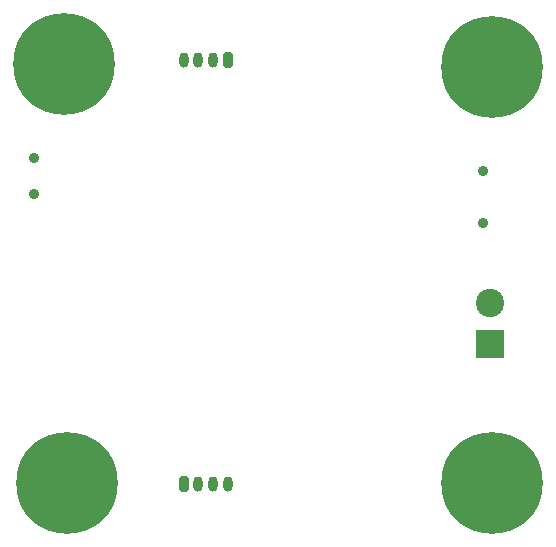
<source format=gbr>
%TF.GenerationSoftware,KiCad,Pcbnew,(6.0.5-0)*%
%TF.CreationDate,2022-07-05T17:16:21+02:00*%
%TF.ProjectId,HWCorso,4857436f-7273-46f2-9e6b-696361645f70,rev?*%
%TF.SameCoordinates,Original*%
%TF.FileFunction,Soldermask,Bot*%
%TF.FilePolarity,Negative*%
%FSLAX46Y46*%
G04 Gerber Fmt 4.6, Leading zero omitted, Abs format (unit mm)*
G04 Created by KiCad (PCBNEW (6.0.5-0)) date 2022-07-05 17:16:21*
%MOMM*%
%LPD*%
G01*
G04 APERTURE LIST*
G04 Aperture macros list*
%AMRoundRect*
0 Rectangle with rounded corners*
0 $1 Rounding radius*
0 $2 $3 $4 $5 $6 $7 $8 $9 X,Y pos of 4 corners*
0 Add a 4 corners polygon primitive as box body*
4,1,4,$2,$3,$4,$5,$6,$7,$8,$9,$2,$3,0*
0 Add four circle primitives for the rounded corners*
1,1,$1+$1,$2,$3*
1,1,$1+$1,$4,$5*
1,1,$1+$1,$6,$7*
1,1,$1+$1,$8,$9*
0 Add four rect primitives between the rounded corners*
20,1,$1+$1,$2,$3,$4,$5,0*
20,1,$1+$1,$4,$5,$6,$7,0*
20,1,$1+$1,$6,$7,$8,$9,0*
20,1,$1+$1,$8,$9,$2,$3,0*%
G04 Aperture macros list end*
%ADD10C,8.600000*%
%ADD11C,0.900000*%
%ADD12RoundRect,0.200000X-0.200000X-0.450000X0.200000X-0.450000X0.200000X0.450000X-0.200000X0.450000X0*%
%ADD13O,0.800000X1.300000*%
%ADD14R,2.400000X2.400000*%
%ADD15C,2.400000*%
%ADD16RoundRect,0.200000X0.200000X0.450000X-0.200000X0.450000X-0.200000X-0.450000X0.200000X-0.450000X0*%
G04 APERTURE END LIST*
D10*
%TO.C,H3*%
X95500000Y-115000000D03*
D11*
X95500000Y-118225000D03*
X93219581Y-117280419D03*
X95500000Y-111775000D03*
X92275000Y-115000000D03*
X93219581Y-112719581D03*
X97780419Y-117280419D03*
X98725000Y-115000000D03*
X97780419Y-112719581D03*
%TD*%
%TO.C,H2*%
X57219581Y-112719581D03*
D10*
X59500000Y-115000000D03*
D11*
X56275000Y-115000000D03*
X62725000Y-115000000D03*
X61780419Y-117280419D03*
X59500000Y-111775000D03*
X61780419Y-112719581D03*
X57219581Y-117280419D03*
X59500000Y-118225000D03*
%TD*%
%TO.C,H1*%
X92275000Y-79750000D03*
X95500000Y-82975000D03*
X93219581Y-77469581D03*
X95500000Y-76525000D03*
X98725000Y-79750000D03*
X93219581Y-82030419D03*
X97780419Y-77469581D03*
D10*
X95500000Y-79750000D03*
D11*
X97780419Y-82030419D03*
%TD*%
D12*
%TO.C,J5*%
X69375000Y-115050000D03*
D13*
X70625000Y-115050000D03*
X71875000Y-115050000D03*
X73125000Y-115050000D03*
%TD*%
D11*
%TO.C,J1*%
X94725000Y-88550000D03*
X94725000Y-92950000D03*
%TD*%
D14*
%TO.C,J2*%
X95300000Y-103250000D03*
D15*
X95300000Y-99750000D03*
%TD*%
D16*
%TO.C,J3*%
X73125000Y-79200000D03*
D13*
X71875000Y-79200000D03*
X70625000Y-79200000D03*
X69375000Y-79200000D03*
%TD*%
D10*
%TO.C,H4*%
X59250000Y-79500000D03*
D11*
X56969581Y-81780419D03*
X61530419Y-77219581D03*
X56025000Y-79500000D03*
X59250000Y-82725000D03*
X56969581Y-77219581D03*
X61530419Y-81780419D03*
X62475000Y-79500000D03*
X59250000Y-76275000D03*
%TD*%
%TO.C,SW1*%
X56670000Y-87500000D03*
X56670000Y-90500000D03*
%TD*%
M02*

</source>
